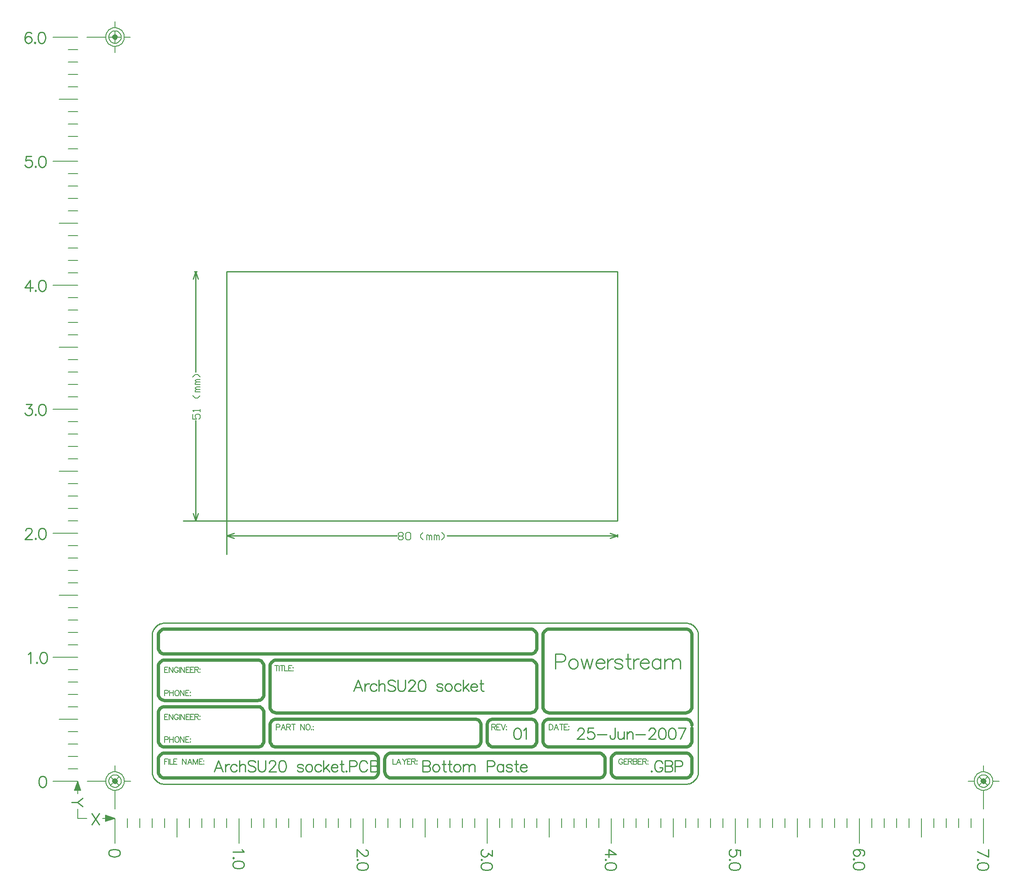
<source format=gbp>
%FSLAX23Y23*%
%MOIN*%
G70*
G01*
G75*
%ADD10C,0.040*%
%ADD11C,0.010*%
%ADD12C,0.030*%
%ADD13C,0.060*%
%ADD14C,0.009*%
%ADD15C,0.025*%
%ADD16C,0.008*%
%ADD17C,0.005*%
%ADD18C,0.006*%
%ADD19C,0.062*%
%ADD20C,0.215*%
%ADD21C,0.098*%
%ADD22C,0.110*%
%ADD23C,0.110*%
%ADD24C,0.008*%
%ADD25C,0.020*%
%ADD26C,0.016*%
%ADD27C,0.015*%
D11*
X11868Y6647D02*
X11868Y6657D01*
X11867Y6666D01*
X11864Y6676D01*
X11861Y6685D01*
X11857Y6694D01*
X11852Y6702D01*
X11846Y6710D01*
X11839Y6718D01*
X11832Y6724D01*
X11824Y6730D01*
X11816Y6735D01*
X11807Y6739D01*
X11798Y6742D01*
X11788Y6745D01*
X11778Y6746D01*
X11768Y6747D01*
Y5447D02*
X11778Y5447D01*
X11788Y5449D01*
X11798Y5451D01*
X11807Y5454D01*
X11816Y5459D01*
X11824Y5464D01*
X11832Y5470D01*
X11839Y5476D01*
X11846Y5483D01*
X11852Y5491D01*
X11857Y5500D01*
X11861Y5509D01*
X11864Y5518D01*
X11867Y5527D01*
X11868Y5537D01*
X11868Y5547D01*
X7468Y5548D02*
X7469Y5538D01*
X7470Y5528D01*
X7473Y5519D01*
X7476Y5510D01*
X7480Y5501D01*
X7485Y5492D01*
X7491Y5484D01*
X7497Y5477D01*
X7505Y5470D01*
X7512Y5464D01*
X7521Y5459D01*
X7530Y5455D01*
X7539Y5452D01*
X7548Y5449D01*
X7558Y5447D01*
X7568Y5447D01*
X7568Y6747D02*
X7559Y6746D01*
X7549Y6745D01*
X7539Y6742D01*
X7530Y6739D01*
X7521Y6735D01*
X7513Y6730D01*
X7505Y6724D01*
X7498Y6718D01*
X7491Y6710D01*
X7485Y6702D01*
X7480Y6694D01*
X7476Y6685D01*
X7473Y6676D01*
X7470Y6666D01*
X7469Y6657D01*
X7468Y6647D01*
Y5547D02*
Y6647D01*
X11868Y5547D02*
Y6647D01*
X7568Y6747D02*
X11768D01*
X7568Y5447D02*
X11768D01*
X8068Y7572D02*
Y9580D01*
X11218Y7572D02*
Y9580D01*
X8068D02*
X11218D01*
X8068Y7572D02*
X11218D01*
Y7442D02*
Y7462D01*
X8068Y7442D02*
Y7462D01*
X11158Y7432D02*
X11218Y7452D01*
X11158Y7472D02*
X11218Y7452D01*
X8068D02*
X8128Y7432D01*
X8068Y7452D02*
X8128Y7472D01*
X9844Y7452D02*
X11218D01*
X8068D02*
X9442D01*
X8068Y7302D02*
Y7572D01*
X7808Y9580D02*
X7828D01*
X7808Y7572D02*
X7828D01*
X7818Y9580D02*
X7838Y9520D01*
X7798D02*
X7818Y9580D01*
Y7572D02*
X7838Y7632D01*
X7798D02*
X7818Y7572D01*
Y8772D02*
Y9580D01*
Y7572D02*
Y8380D01*
X7718Y7572D02*
X8068D01*
D14*
X11493Y5555D02*
X11488Y5551D01*
X11493Y5547D01*
X11497Y5551D01*
X11493Y5555D01*
X11581Y5615D02*
X11577Y5624D01*
X11568Y5633D01*
X11560Y5637D01*
X11542D01*
X11534Y5633D01*
X11525Y5624D01*
X11521Y5615D01*
X11517Y5603D01*
Y5581D01*
X11521Y5568D01*
X11525Y5560D01*
X11534Y5551D01*
X11542Y5547D01*
X11560D01*
X11568Y5551D01*
X11577Y5560D01*
X11581Y5568D01*
Y5581D01*
X11560D02*
X11581D01*
X11602Y5637D02*
Y5547D01*
Y5637D02*
X11640D01*
X11653Y5633D01*
X11657Y5628D01*
X11662Y5620D01*
Y5611D01*
X11657Y5603D01*
X11653Y5598D01*
X11640Y5594D01*
X11602D02*
X11640D01*
X11653Y5590D01*
X11657Y5585D01*
X11662Y5577D01*
Y5564D01*
X11657Y5555D01*
X11653Y5551D01*
X11640Y5547D01*
X11602D01*
X11682Y5590D02*
X11720D01*
X11733Y5594D01*
X11737Y5598D01*
X11742Y5607D01*
Y5620D01*
X11737Y5628D01*
X11733Y5633D01*
X11720Y5637D01*
X11682D01*
Y5547D01*
X9162Y6197D02*
X9128Y6287D01*
X9093Y6197D01*
X9106Y6227D02*
X9149D01*
X9183Y6257D02*
Y6197D01*
Y6231D02*
X9187Y6244D01*
X9196Y6253D01*
X9204Y6257D01*
X9217D01*
X9277Y6244D02*
X9268Y6253D01*
X9260Y6257D01*
X9247D01*
X9238Y6253D01*
X9230Y6244D01*
X9225Y6231D01*
Y6223D01*
X9230Y6210D01*
X9238Y6201D01*
X9247Y6197D01*
X9260D01*
X9268Y6201D01*
X9277Y6210D01*
X9296Y6287D02*
Y6197D01*
Y6240D02*
X9309Y6253D01*
X9318Y6257D01*
X9330D01*
X9339Y6253D01*
X9343Y6240D01*
Y6197D01*
X9427Y6274D02*
X9418Y6282D01*
X9405Y6287D01*
X9388D01*
X9375Y6282D01*
X9367Y6274D01*
Y6265D01*
X9371Y6257D01*
X9375Y6253D01*
X9384Y6248D01*
X9410Y6240D01*
X9418Y6235D01*
X9423Y6231D01*
X9427Y6223D01*
Y6210D01*
X9418Y6201D01*
X9405Y6197D01*
X9388D01*
X9375Y6201D01*
X9367Y6210D01*
X9447Y6287D02*
Y6223D01*
X9451Y6210D01*
X9460Y6201D01*
X9473Y6197D01*
X9481D01*
X9494Y6201D01*
X9503Y6210D01*
X9507Y6223D01*
Y6287D01*
X9536Y6265D02*
Y6270D01*
X9540Y6278D01*
X9545Y6282D01*
X9553Y6287D01*
X9570D01*
X9579Y6282D01*
X9583Y6278D01*
X9588Y6270D01*
Y6261D01*
X9583Y6253D01*
X9575Y6240D01*
X9532Y6197D01*
X9592D01*
X9638Y6287D02*
X9625Y6282D01*
X9616Y6270D01*
X9612Y6248D01*
Y6235D01*
X9616Y6214D01*
X9625Y6201D01*
X9638Y6197D01*
X9646D01*
X9659Y6201D01*
X9668Y6214D01*
X9672Y6235D01*
Y6248D01*
X9668Y6270D01*
X9659Y6282D01*
X9646Y6287D01*
X9638D01*
X9810Y6244D02*
X9806Y6253D01*
X9793Y6257D01*
X9780D01*
X9767Y6253D01*
X9763Y6244D01*
X9767Y6235D01*
X9776Y6231D01*
X9797Y6227D01*
X9806Y6223D01*
X9810Y6214D01*
Y6210D01*
X9806Y6201D01*
X9793Y6197D01*
X9780D01*
X9767Y6201D01*
X9763Y6210D01*
X9850Y6257D02*
X9842Y6253D01*
X9833Y6244D01*
X9829Y6231D01*
Y6223D01*
X9833Y6210D01*
X9842Y6201D01*
X9850Y6197D01*
X9863D01*
X9872Y6201D01*
X9880Y6210D01*
X9884Y6223D01*
Y6231D01*
X9880Y6244D01*
X9872Y6253D01*
X9863Y6257D01*
X9850D01*
X9956Y6244D02*
X9947Y6253D01*
X9938Y6257D01*
X9926D01*
X9917Y6253D01*
X9908Y6244D01*
X9904Y6231D01*
Y6223D01*
X9908Y6210D01*
X9917Y6201D01*
X9926Y6197D01*
X9938D01*
X9947Y6201D01*
X9956Y6210D01*
X9975Y6287D02*
Y6197D01*
X10018Y6257D02*
X9975Y6214D01*
X9992Y6231D02*
X10022Y6197D01*
X10036Y6231D02*
X10088D01*
Y6240D01*
X10083Y6248D01*
X10079Y6253D01*
X10070Y6257D01*
X10058D01*
X10049Y6253D01*
X10040Y6244D01*
X10036Y6231D01*
Y6223D01*
X10040Y6210D01*
X10049Y6201D01*
X10058Y6197D01*
X10070D01*
X10079Y6201D01*
X10088Y6210D01*
X10120Y6287D02*
Y6214D01*
X10124Y6201D01*
X10133Y6197D01*
X10141D01*
X10107Y6257D02*
X10137D01*
X8037Y5547D02*
X8003Y5637D01*
X7968Y5547D01*
X7981Y5577D02*
X8024D01*
X8058Y5607D02*
Y5547D01*
Y5581D02*
X8062Y5594D01*
X8071Y5603D01*
X8079Y5607D01*
X8092D01*
X8152Y5594D02*
X8143Y5603D01*
X8135Y5607D01*
X8122D01*
X8113Y5603D01*
X8105Y5594D01*
X8100Y5581D01*
Y5573D01*
X8105Y5560D01*
X8113Y5551D01*
X8122Y5547D01*
X8135D01*
X8143Y5551D01*
X8152Y5560D01*
X8171Y5637D02*
Y5547D01*
Y5590D02*
X8184Y5603D01*
X8193Y5607D01*
X8205D01*
X8214Y5603D01*
X8218Y5590D01*
Y5547D01*
X8302Y5624D02*
X8293Y5633D01*
X8280Y5637D01*
X8263D01*
X8250Y5633D01*
X8242Y5624D01*
Y5615D01*
X8246Y5607D01*
X8250Y5603D01*
X8259Y5598D01*
X8285Y5590D01*
X8293Y5585D01*
X8298Y5581D01*
X8302Y5573D01*
Y5560D01*
X8293Y5551D01*
X8280Y5547D01*
X8263D01*
X8250Y5551D01*
X8242Y5560D01*
X8322Y5637D02*
Y5573D01*
X8326Y5560D01*
X8335Y5551D01*
X8348Y5547D01*
X8356D01*
X8369Y5551D01*
X8378Y5560D01*
X8382Y5573D01*
Y5637D01*
X8411Y5615D02*
Y5620D01*
X8415Y5628D01*
X8420Y5633D01*
X8428Y5637D01*
X8445D01*
X8454Y5633D01*
X8458Y5628D01*
X8463Y5620D01*
Y5611D01*
X8458Y5603D01*
X8450Y5590D01*
X8407Y5547D01*
X8467D01*
X8513Y5637D02*
X8500Y5633D01*
X8491Y5620D01*
X8487Y5598D01*
Y5585D01*
X8491Y5564D01*
X8500Y5551D01*
X8513Y5547D01*
X8521D01*
X8534Y5551D01*
X8543Y5564D01*
X8547Y5585D01*
Y5598D01*
X8543Y5620D01*
X8534Y5633D01*
X8521Y5637D01*
X8513D01*
X8685Y5594D02*
X8681Y5603D01*
X8668Y5607D01*
X8655D01*
X8642Y5603D01*
X8638Y5594D01*
X8642Y5585D01*
X8651Y5581D01*
X8672Y5577D01*
X8681Y5573D01*
X8685Y5564D01*
Y5560D01*
X8681Y5551D01*
X8668Y5547D01*
X8655D01*
X8642Y5551D01*
X8638Y5560D01*
X8725Y5607D02*
X8717Y5603D01*
X8708Y5594D01*
X8704Y5581D01*
Y5573D01*
X8708Y5560D01*
X8717Y5551D01*
X8725Y5547D01*
X8738D01*
X8747Y5551D01*
X8755Y5560D01*
X8759Y5573D01*
Y5581D01*
X8755Y5594D01*
X8747Y5603D01*
X8738Y5607D01*
X8725D01*
X8831Y5594D02*
X8822Y5603D01*
X8813Y5607D01*
X8801D01*
X8792Y5603D01*
X8783Y5594D01*
X8779Y5581D01*
Y5573D01*
X8783Y5560D01*
X8792Y5551D01*
X8801Y5547D01*
X8813D01*
X8822Y5551D01*
X8831Y5560D01*
X8850Y5637D02*
Y5547D01*
X8893Y5607D02*
X8850Y5564D01*
X8867Y5581D02*
X8897Y5547D01*
X8911Y5581D02*
X8963D01*
Y5590D01*
X8958Y5598D01*
X8954Y5603D01*
X8945Y5607D01*
X8933D01*
X8924Y5603D01*
X8915Y5594D01*
X8911Y5581D01*
Y5573D01*
X8915Y5560D01*
X8924Y5551D01*
X8933Y5547D01*
X8945D01*
X8954Y5551D01*
X8963Y5560D01*
X8995Y5637D02*
Y5564D01*
X8999Y5551D01*
X9008Y5547D01*
X9016D01*
X8982Y5607D02*
X9012D01*
X9033Y5555D02*
X9029Y5551D01*
X9033Y5547D01*
X9038Y5551D01*
X9033Y5555D01*
X9057Y5590D02*
X9096D01*
X9109Y5594D01*
X9113Y5598D01*
X9117Y5607D01*
Y5620D01*
X9113Y5628D01*
X9109Y5633D01*
X9096Y5637D01*
X9057D01*
Y5547D01*
X9202Y5615D02*
X9197Y5624D01*
X9189Y5633D01*
X9180Y5637D01*
X9163D01*
X9155Y5633D01*
X9146Y5624D01*
X9142Y5615D01*
X9137Y5603D01*
Y5581D01*
X9142Y5568D01*
X9146Y5560D01*
X9155Y5551D01*
X9163Y5547D01*
X9180D01*
X9189Y5551D01*
X9197Y5560D01*
X9202Y5568D01*
X9227Y5637D02*
Y5547D01*
Y5637D02*
X9266D01*
X9278Y5633D01*
X9283Y5628D01*
X9287Y5620D01*
Y5611D01*
X9283Y5603D01*
X9278Y5598D01*
X9266Y5594D01*
X9227D02*
X9266D01*
X9278Y5590D01*
X9283Y5585D01*
X9287Y5577D01*
Y5564D01*
X9283Y5555D01*
X9278Y5551D01*
X9266Y5547D01*
X9227D01*
X9648Y5637D02*
Y5547D01*
Y5637D02*
X9687D01*
X9700Y5633D01*
X9704Y5628D01*
X9708Y5620D01*
Y5611D01*
X9704Y5603D01*
X9700Y5598D01*
X9687Y5594D01*
X9648D02*
X9687D01*
X9700Y5590D01*
X9704Y5585D01*
X9708Y5577D01*
Y5564D01*
X9704Y5555D01*
X9700Y5551D01*
X9687Y5547D01*
X9648D01*
X9750Y5607D02*
X9741Y5603D01*
X9733Y5594D01*
X9729Y5581D01*
Y5573D01*
X9733Y5560D01*
X9741Y5551D01*
X9750Y5547D01*
X9763D01*
X9771Y5551D01*
X9780Y5560D01*
X9784Y5573D01*
Y5581D01*
X9780Y5594D01*
X9771Y5603D01*
X9763Y5607D01*
X9750D01*
X9817Y5637D02*
Y5564D01*
X9821Y5551D01*
X9830Y5547D01*
X9838D01*
X9804Y5607D02*
X9834D01*
X9864Y5637D02*
Y5564D01*
X9868Y5551D01*
X9877Y5547D01*
X9885D01*
X9851Y5607D02*
X9881D01*
X9920D02*
X9911Y5603D01*
X9903Y5594D01*
X9898Y5581D01*
Y5573D01*
X9903Y5560D01*
X9911Y5551D01*
X9920Y5547D01*
X9933D01*
X9941Y5551D01*
X9950Y5560D01*
X9954Y5573D01*
Y5581D01*
X9950Y5594D01*
X9941Y5603D01*
X9933Y5607D01*
X9920D01*
X9974D02*
Y5547D01*
Y5590D02*
X9987Y5603D01*
X9995Y5607D01*
X10008D01*
X10017Y5603D01*
X10021Y5590D01*
Y5547D01*
Y5590D02*
X10034Y5603D01*
X10042Y5607D01*
X10055D01*
X10064Y5603D01*
X10068Y5590D01*
Y5547D01*
X10167Y5590D02*
X10206D01*
X10218Y5594D01*
X10223Y5598D01*
X10227Y5607D01*
Y5620D01*
X10223Y5628D01*
X10218Y5633D01*
X10206Y5637D01*
X10167D01*
Y5547D01*
X10298Y5607D02*
Y5547D01*
Y5594D02*
X10290Y5603D01*
X10281Y5607D01*
X10269D01*
X10260Y5603D01*
X10251Y5594D01*
X10247Y5581D01*
Y5573D01*
X10251Y5560D01*
X10260Y5551D01*
X10269Y5547D01*
X10281D01*
X10290Y5551D01*
X10298Y5560D01*
X10370Y5594D02*
X10365Y5603D01*
X10352Y5607D01*
X10340D01*
X10327Y5603D01*
X10322Y5594D01*
X10327Y5585D01*
X10335Y5581D01*
X10357Y5577D01*
X10365Y5573D01*
X10370Y5564D01*
Y5560D01*
X10365Y5551D01*
X10352Y5547D01*
X10340D01*
X10327Y5551D01*
X10322Y5560D01*
X10401Y5637D02*
Y5564D01*
X10406Y5551D01*
X10414Y5547D01*
X10423D01*
X10388Y5607D02*
X10418D01*
X10436Y5581D02*
X10487D01*
Y5590D01*
X10483Y5598D01*
X10478Y5603D01*
X10470Y5607D01*
X10457D01*
X10448Y5603D01*
X10440Y5594D01*
X10436Y5581D01*
Y5573D01*
X10440Y5560D01*
X10448Y5551D01*
X10457Y5547D01*
X10470D01*
X10478Y5551D01*
X10487Y5560D01*
X10407Y5899D02*
X10394Y5895D01*
X10385Y5882D01*
X10381Y5861D01*
Y5848D01*
X10385Y5826D01*
X10394Y5814D01*
X10407Y5809D01*
X10415D01*
X10428Y5814D01*
X10437Y5826D01*
X10441Y5848D01*
Y5861D01*
X10437Y5882D01*
X10428Y5895D01*
X10415Y5899D01*
X10407D01*
X10461Y5882D02*
X10470Y5886D01*
X10483Y5899D01*
Y5809D01*
X10718Y6434D02*
X10770D01*
X10787Y6440D01*
X10793Y6445D01*
X10798Y6457D01*
Y6474D01*
X10793Y6485D01*
X10787Y6491D01*
X10770Y6497D01*
X10718D01*
Y6377D01*
X10854Y6457D02*
X10842Y6451D01*
X10831Y6440D01*
X10825Y6423D01*
Y6411D01*
X10831Y6394D01*
X10842Y6383D01*
X10854Y6377D01*
X10871D01*
X10882Y6383D01*
X10894Y6394D01*
X10900Y6411D01*
Y6423D01*
X10894Y6440D01*
X10882Y6451D01*
X10871Y6457D01*
X10854D01*
X10926D02*
X10949Y6377D01*
X10972Y6457D02*
X10949Y6377D01*
X10972Y6457D02*
X10994Y6377D01*
X11017Y6457D02*
X10994Y6377D01*
X11045Y6423D02*
X11114D01*
Y6434D01*
X11108Y6445D01*
X11102Y6451D01*
X11091Y6457D01*
X11074D01*
X11062Y6451D01*
X11051Y6440D01*
X11045Y6423D01*
Y6411D01*
X11051Y6394D01*
X11062Y6383D01*
X11074Y6377D01*
X11091D01*
X11102Y6383D01*
X11114Y6394D01*
X11140Y6457D02*
Y6377D01*
Y6423D02*
X11145Y6440D01*
X11157Y6451D01*
X11168Y6457D01*
X11185D01*
X11259Y6440D02*
X11253Y6451D01*
X11236Y6457D01*
X11219D01*
X11202Y6451D01*
X11196Y6440D01*
X11202Y6428D01*
X11213Y6423D01*
X11242Y6417D01*
X11253Y6411D01*
X11259Y6400D01*
Y6394D01*
X11253Y6383D01*
X11236Y6377D01*
X11219D01*
X11202Y6383D01*
X11196Y6394D01*
X11301Y6497D02*
Y6400D01*
X11307Y6383D01*
X11318Y6377D01*
X11330D01*
X11284Y6457D02*
X11324D01*
X11347D02*
Y6377D01*
Y6423D02*
X11353Y6440D01*
X11364Y6451D01*
X11375Y6457D01*
X11393D01*
X11403Y6423D02*
X11472D01*
Y6434D01*
X11466Y6445D01*
X11461Y6451D01*
X11449Y6457D01*
X11432D01*
X11421Y6451D01*
X11409Y6440D01*
X11403Y6423D01*
Y6411D01*
X11409Y6394D01*
X11421Y6383D01*
X11432Y6377D01*
X11449D01*
X11461Y6383D01*
X11472Y6394D01*
X11566Y6457D02*
Y6377D01*
Y6440D02*
X11555Y6451D01*
X11543Y6457D01*
X11526D01*
X11515Y6451D01*
X11503Y6440D01*
X11498Y6423D01*
Y6411D01*
X11503Y6394D01*
X11515Y6383D01*
X11526Y6377D01*
X11543D01*
X11555Y6383D01*
X11566Y6394D01*
X11598Y6457D02*
Y6377D01*
Y6434D02*
X11615Y6451D01*
X11627Y6457D01*
X11644D01*
X11655Y6451D01*
X11661Y6434D01*
Y6377D01*
Y6434D02*
X11678Y6451D01*
X11690Y6457D01*
X11707D01*
X11718Y6451D01*
X11724Y6434D01*
Y6377D01*
X10898Y5878D02*
Y5882D01*
X10902Y5891D01*
X10906Y5895D01*
X10915Y5899D01*
X10932D01*
X10941Y5895D01*
X10945Y5891D01*
X10949Y5882D01*
Y5874D01*
X10945Y5865D01*
X10936Y5852D01*
X10893Y5809D01*
X10953D01*
X11025Y5899D02*
X10982D01*
X10978Y5861D01*
X10982Y5865D01*
X10995Y5869D01*
X11008D01*
X11021Y5865D01*
X11029Y5856D01*
X11034Y5844D01*
Y5835D01*
X11029Y5822D01*
X11021Y5814D01*
X11008Y5809D01*
X10995D01*
X10982Y5814D01*
X10978Y5818D01*
X10974Y5826D01*
X11054Y5848D02*
X11131D01*
X11200Y5899D02*
Y5831D01*
X11196Y5818D01*
X11192Y5814D01*
X11183Y5809D01*
X11175D01*
X11166Y5814D01*
X11162Y5818D01*
X11157Y5831D01*
Y5839D01*
X11223Y5869D02*
Y5826D01*
X11228Y5814D01*
X11236Y5809D01*
X11249D01*
X11258Y5814D01*
X11271Y5826D01*
Y5869D02*
Y5809D01*
X11294Y5869D02*
Y5809D01*
Y5852D02*
X11307Y5865D01*
X11316Y5869D01*
X11328D01*
X11337Y5865D01*
X11341Y5852D01*
Y5809D01*
X11365Y5848D02*
X11442D01*
X11473Y5878D02*
Y5882D01*
X11477Y5891D01*
X11481Y5895D01*
X11490Y5899D01*
X11507D01*
X11516Y5895D01*
X11520Y5891D01*
X11524Y5882D01*
Y5874D01*
X11520Y5865D01*
X11511Y5852D01*
X11469Y5809D01*
X11529D01*
X11574Y5899D02*
X11561Y5895D01*
X11553Y5882D01*
X11549Y5861D01*
Y5848D01*
X11553Y5826D01*
X11561Y5814D01*
X11574Y5809D01*
X11583D01*
X11596Y5814D01*
X11604Y5826D01*
X11609Y5848D01*
Y5861D01*
X11604Y5882D01*
X11596Y5895D01*
X11583Y5899D01*
X11574D01*
X11654D02*
X11642Y5895D01*
X11633Y5882D01*
X11629Y5861D01*
Y5848D01*
X11633Y5826D01*
X11642Y5814D01*
X11654Y5809D01*
X11663D01*
X11676Y5814D01*
X11684Y5826D01*
X11689Y5848D01*
Y5861D01*
X11684Y5882D01*
X11676Y5895D01*
X11663Y5899D01*
X11654D01*
X11769D02*
X11726Y5809D01*
X11709Y5899D02*
X11769D01*
X6908Y5334D02*
X6866Y5300D01*
X6818D01*
X6908Y5266D02*
X6866Y5300D01*
X6981Y5212D02*
X7041Y5122D01*
Y5212D02*
X6981Y5122D01*
X13196Y4870D02*
X13204Y4875D01*
X13208Y4888D01*
Y4896D01*
X13204Y4909D01*
X13191Y4918D01*
X13170Y4922D01*
X13148D01*
X13131Y4918D01*
X13123Y4909D01*
X13118Y4896D01*
Y4892D01*
X13123Y4879D01*
X13131Y4870D01*
X13144Y4866D01*
X13148D01*
X13161Y4870D01*
X13170Y4879D01*
X13174Y4892D01*
Y4896D01*
X13170Y4909D01*
X13161Y4918D01*
X13148Y4922D01*
X13127Y4842D02*
X13123Y4846D01*
X13118Y4842D01*
X13123Y4838D01*
X13127Y4842D01*
X13208Y4792D02*
X13204Y4805D01*
X13191Y4814D01*
X13170Y4818D01*
X13157D01*
X13136Y4814D01*
X13123Y4805D01*
X13118Y4792D01*
Y4784D01*
X13123Y4771D01*
X13136Y4762D01*
X13157Y4758D01*
X13170D01*
X13191Y4762D01*
X13204Y4771D01*
X13208Y4784D01*
Y4792D01*
X11208Y4879D02*
X11148Y4922D01*
Y4858D01*
X11208Y4879D02*
X11118D01*
X11127Y4837D02*
X11123Y4842D01*
X11118Y4837D01*
X11123Y4833D01*
X11127Y4837D01*
X11208Y4788D02*
X11204Y4801D01*
X11191Y4809D01*
X11170Y4813D01*
X11157D01*
X11136Y4809D01*
X11123Y4801D01*
X11118Y4788D01*
Y4779D01*
X11123Y4766D01*
X11136Y4758D01*
X11157Y4753D01*
X11170D01*
X11191Y4758D01*
X11204Y4766D01*
X11208Y4779D01*
Y4788D01*
X9187Y4918D02*
X9191D01*
X9200Y4913D01*
X9204Y4909D01*
X9208Y4900D01*
Y4883D01*
X9204Y4875D01*
X9200Y4870D01*
X9191Y4866D01*
X9183D01*
X9174Y4870D01*
X9161Y4879D01*
X9118Y4922D01*
Y4862D01*
X9127Y4837D02*
X9123Y4842D01*
X9118Y4837D01*
X9123Y4833D01*
X9127Y4837D01*
X9208Y4788D02*
X9204Y4801D01*
X9191Y4809D01*
X9170Y4813D01*
X9157D01*
X9136Y4809D01*
X9123Y4801D01*
X9118Y4788D01*
Y4779D01*
X9123Y4766D01*
X9136Y4758D01*
X9157Y4753D01*
X9170D01*
X9191Y4758D01*
X9204Y4766D01*
X9208Y4779D01*
Y4788D01*
X7208Y4896D02*
X7204Y4909D01*
X7191Y4918D01*
X7170Y4922D01*
X7157D01*
X7136Y4918D01*
X7123Y4909D01*
X7118Y4896D01*
Y4888D01*
X7123Y4875D01*
X7136Y4866D01*
X7157Y4862D01*
X7170D01*
X7191Y4866D01*
X7204Y4875D01*
X7208Y4888D01*
Y4896D01*
X8191Y4922D02*
X8196Y4913D01*
X8208Y4900D01*
X8118D01*
X8127Y4852D02*
X8123Y4856D01*
X8118Y4852D01*
X8123Y4847D01*
X8127Y4852D01*
X8208Y4802D02*
X8204Y4815D01*
X8191Y4823D01*
X8170Y4828D01*
X8157D01*
X8136Y4823D01*
X8123Y4815D01*
X8118Y4802D01*
Y4793D01*
X8123Y4780D01*
X8136Y4772D01*
X8157Y4768D01*
X8170D01*
X8191Y4772D01*
X8204Y4780D01*
X8208Y4793D01*
Y4802D01*
X10208Y4913D02*
Y4866D01*
X10174Y4892D01*
Y4879D01*
X10170Y4870D01*
X10166Y4866D01*
X10153Y4862D01*
X10144D01*
X10131Y4866D01*
X10123Y4875D01*
X10118Y4888D01*
Y4900D01*
X10123Y4913D01*
X10127Y4918D01*
X10136Y4922D01*
X10127Y4837D02*
X10123Y4842D01*
X10118Y4837D01*
X10123Y4833D01*
X10127Y4837D01*
X10208Y4788D02*
X10204Y4801D01*
X10191Y4809D01*
X10170Y4813D01*
X10157D01*
X10136Y4809D01*
X10123Y4801D01*
X10118Y4788D01*
Y4779D01*
X10123Y4766D01*
X10136Y4758D01*
X10157Y4753D01*
X10170D01*
X10191Y4758D01*
X10204Y4766D01*
X10208Y4779D01*
Y4788D01*
X12208Y4870D02*
Y4913D01*
X12170Y4918D01*
X12174Y4913D01*
X12178Y4900D01*
Y4888D01*
X12174Y4875D01*
X12166Y4866D01*
X12153Y4862D01*
X12144D01*
X12131Y4866D01*
X12123Y4875D01*
X12118Y4888D01*
Y4900D01*
X12123Y4913D01*
X12127Y4918D01*
X12136Y4922D01*
X12127Y4837D02*
X12123Y4842D01*
X12118Y4837D01*
X12123Y4833D01*
X12127Y4837D01*
X12208Y4788D02*
X12204Y4801D01*
X12191Y4809D01*
X12170Y4813D01*
X12157D01*
X12136Y4809D01*
X12123Y4801D01*
X12118Y4788D01*
Y4779D01*
X12123Y4766D01*
X12136Y4758D01*
X12157Y4753D01*
X12170D01*
X12191Y4758D01*
X12204Y4766D01*
X12208Y4779D01*
Y4788D01*
X14208Y4862D02*
X14118Y4905D01*
X14208Y4922D02*
Y4862D01*
X14127Y4837D02*
X14123Y4842D01*
X14118Y4837D01*
X14123Y4833D01*
X14127Y4837D01*
X14208Y4788D02*
X14204Y4801D01*
X14191Y4809D01*
X14170Y4813D01*
X14157D01*
X14136Y4809D01*
X14123Y4801D01*
X14118Y4788D01*
Y4779D01*
X14123Y4766D01*
X14136Y4758D01*
X14157Y4753D01*
X14170D01*
X14191Y4758D01*
X14204Y4766D01*
X14208Y4779D01*
Y4788D01*
X6495Y10512D02*
X6452D01*
X6448Y10473D01*
X6452Y10478D01*
X6465Y10482D01*
X6478D01*
X6491Y10478D01*
X6499Y10469D01*
X6503Y10456D01*
Y10448D01*
X6499Y10435D01*
X6491Y10426D01*
X6478Y10422D01*
X6465D01*
X6452Y10426D01*
X6448Y10430D01*
X6443Y10439D01*
X6528Y10430D02*
X6524Y10426D01*
X6528Y10422D01*
X6532Y10426D01*
X6528Y10430D01*
X6578Y10512D02*
X6565Y10507D01*
X6556Y10495D01*
X6552Y10473D01*
Y10460D01*
X6556Y10439D01*
X6565Y10426D01*
X6578Y10422D01*
X6586D01*
X6599Y10426D01*
X6608Y10439D01*
X6612Y10460D01*
Y10473D01*
X6608Y10495D01*
X6599Y10507D01*
X6586Y10512D01*
X6578D01*
X6452Y8512D02*
X6499D01*
X6473Y8478D01*
X6486D01*
X6495Y8473D01*
X6499Y8469D01*
X6503Y8456D01*
Y8448D01*
X6499Y8435D01*
X6491Y8426D01*
X6478Y8422D01*
X6465D01*
X6452Y8426D01*
X6448Y8430D01*
X6443Y8439D01*
X6528Y8430D02*
X6524Y8426D01*
X6528Y8422D01*
X6532Y8426D01*
X6528Y8430D01*
X6578Y8512D02*
X6565Y8507D01*
X6556Y8495D01*
X6552Y8473D01*
Y8460D01*
X6556Y8439D01*
X6565Y8426D01*
X6578Y8422D01*
X6586D01*
X6599Y8426D01*
X6608Y8439D01*
X6612Y8460D01*
Y8473D01*
X6608Y8495D01*
X6599Y8507D01*
X6586Y8512D01*
X6578D01*
X6468Y6495D02*
X6477Y6499D01*
X6490Y6512D01*
Y6422D01*
X6539Y6430D02*
X6534Y6426D01*
X6539Y6422D01*
X6543Y6426D01*
X6539Y6430D01*
X6588Y6512D02*
X6576Y6508D01*
X6567Y6495D01*
X6563Y6473D01*
Y6460D01*
X6567Y6439D01*
X6576Y6426D01*
X6588Y6422D01*
X6597D01*
X6610Y6426D01*
X6618Y6439D01*
X6623Y6460D01*
Y6473D01*
X6618Y6495D01*
X6610Y6508D01*
X6597Y6512D01*
X6588D01*
X6582Y5512D02*
X6569Y5508D01*
X6560Y5495D01*
X6556Y5473D01*
Y5460D01*
X6560Y5439D01*
X6569Y5426D01*
X6582Y5422D01*
X6590D01*
X6603Y5426D01*
X6612Y5439D01*
X6616Y5460D01*
Y5473D01*
X6612Y5495D01*
X6603Y5508D01*
X6590Y5512D01*
X6582D01*
X6448Y7490D02*
Y7495D01*
X6452Y7503D01*
X6456Y7508D01*
X6465Y7512D01*
X6482D01*
X6491Y7508D01*
X6495Y7503D01*
X6499Y7495D01*
Y7486D01*
X6495Y7478D01*
X6486Y7465D01*
X6443Y7422D01*
X6503D01*
X6528Y7430D02*
X6524Y7426D01*
X6528Y7422D01*
X6532Y7426D01*
X6528Y7430D01*
X6578Y7512D02*
X6565Y7508D01*
X6556Y7495D01*
X6552Y7473D01*
Y7460D01*
X6556Y7439D01*
X6565Y7426D01*
X6578Y7422D01*
X6586D01*
X6599Y7426D01*
X6608Y7439D01*
X6612Y7460D01*
Y7473D01*
X6608Y7495D01*
X6599Y7508D01*
X6586Y7512D01*
X6578D01*
X6486Y9512D02*
X6443Y9452D01*
X6508D01*
X6486Y9512D02*
Y9422D01*
X6528Y9430D02*
X6524Y9426D01*
X6528Y9422D01*
X6532Y9426D01*
X6528Y9430D01*
X6578Y9512D02*
X6565Y9507D01*
X6556Y9495D01*
X6552Y9473D01*
Y9460D01*
X6556Y9439D01*
X6565Y9426D01*
X6578Y9422D01*
X6586D01*
X6599Y9426D01*
X6608Y9439D01*
X6612Y9460D01*
Y9473D01*
X6608Y9495D01*
X6599Y9507D01*
X6586Y9512D01*
X6578D01*
X6495Y11499D02*
X6491Y11507D01*
X6478Y11512D01*
X6469D01*
X6456Y11507D01*
X6448Y11495D01*
X6443Y11473D01*
Y11452D01*
X6448Y11435D01*
X6456Y11426D01*
X6469Y11422D01*
X6473D01*
X6486Y11426D01*
X6495Y11435D01*
X6499Y11448D01*
Y11452D01*
X6495Y11465D01*
X6486Y11473D01*
X6473Y11478D01*
X6469D01*
X6456Y11473D01*
X6448Y11465D01*
X6443Y11452D01*
X6523Y11430D02*
X6519Y11426D01*
X6523Y11422D01*
X6527Y11426D01*
X6523Y11430D01*
X6573Y11512D02*
X6560Y11507D01*
X6551Y11495D01*
X6547Y11473D01*
Y11460D01*
X6551Y11439D01*
X6560Y11426D01*
X6573Y11422D01*
X6581D01*
X6594Y11426D01*
X6603Y11439D01*
X6607Y11460D01*
Y11473D01*
X6603Y11495D01*
X6594Y11507D01*
X6581Y11512D01*
X6573D01*
D15*
X9293Y5647D02*
X9293Y5657D01*
X9290Y5666D01*
X9285Y5675D01*
X9279Y5682D01*
X9271Y5688D01*
X9263Y5693D01*
X9253Y5696D01*
X9243Y5697D01*
X9245Y5497D02*
X9254Y5498D01*
X9264Y5500D01*
X9272Y5505D01*
X9280Y5511D01*
X9286Y5519D01*
X9290Y5527D01*
X9293Y5537D01*
X9293Y5546D01*
X9393Y5697D02*
X9384Y5696D01*
X9374Y5693D01*
X9366Y5688D01*
X9358Y5682D01*
X9352Y5675D01*
X9347Y5666D01*
X9344Y5657D01*
X9343Y5647D01*
Y5547D02*
X9344Y5537D01*
X9347Y5528D01*
X9352Y5519D01*
X9358Y5512D01*
X9365Y5506D01*
X9374Y5501D01*
X9383Y5498D01*
X9393Y5497D01*
X11118Y5647D02*
X11118Y5657D01*
X11115Y5666D01*
X11110Y5675D01*
X11104Y5682D01*
X11096Y5688D01*
X11088Y5693D01*
X11078Y5696D01*
X11068Y5697D01*
X11070Y5497D02*
X11079Y5498D01*
X11089Y5500D01*
X11097Y5505D01*
X11105Y5511D01*
X11111Y5519D01*
X11115Y5527D01*
X11118Y5537D01*
X11118Y5546D01*
X11168Y5546D02*
X11169Y5536D01*
X11172Y5527D01*
X11177Y5518D01*
X11183Y5511D01*
X11191Y5505D01*
X11199Y5500D01*
X11209Y5498D01*
X11218Y5497D01*
X11218Y5697D02*
X11209Y5696D01*
X11199Y5693D01*
X11191Y5688D01*
X11183Y5682D01*
X11177Y5675D01*
X11172Y5666D01*
X11169Y5657D01*
X11168Y5647D01*
X8368Y6398D02*
X8368Y6407D01*
X8365Y6417D01*
X8360Y6425D01*
X8354Y6432D01*
X8347Y6439D01*
X8338Y6443D01*
X8329Y6446D01*
X8319Y6447D01*
X8320Y6122D02*
X8330Y6123D01*
X8339Y6125D01*
X8347Y6130D01*
X8354Y6136D01*
X8360Y6143D01*
X8365Y6151D01*
X8368Y6160D01*
X8368Y6170D01*
Y6023D02*
X8368Y6033D01*
X8365Y6042D01*
X8360Y6051D01*
X8354Y6058D01*
X8346Y6064D01*
X8337Y6069D01*
X8328Y6071D01*
X8318Y6072D01*
X8418Y6071D02*
X8419Y6061D01*
X8422Y6052D01*
X8427Y6044D01*
X8433Y6036D01*
X8440Y6030D01*
X8449Y6026D01*
X8458Y6023D01*
X8467Y6022D01*
X8418Y5796D02*
X8419Y5786D01*
X8422Y5777D01*
X8427Y5769D01*
X8433Y5761D01*
X8440Y5755D01*
X8449Y5751D01*
X8458Y5748D01*
X8467Y5747D01*
X8319D02*
X8329Y5748D01*
X8338Y5751D01*
X8347Y5755D01*
X8354Y5761D01*
X8360Y5769D01*
X8365Y5777D01*
X8368Y5786D01*
X8368Y5796D01*
X10118Y5923D02*
X10118Y5932D01*
X10115Y5942D01*
X10110Y5950D01*
X10104Y5957D01*
X10097Y5964D01*
X10088Y5968D01*
X10079Y5971D01*
X10069Y5972D01*
Y5747D02*
X10079Y5748D01*
X10088Y5751D01*
X10097Y5755D01*
X10104Y5761D01*
X10111Y5769D01*
X10115Y5778D01*
X10118Y5787D01*
X10118Y5797D01*
X10168Y5798D02*
X10169Y5788D01*
X10172Y5778D01*
X10177Y5770D01*
X10183Y5762D01*
X10191Y5756D01*
X10199Y5751D01*
X10209Y5748D01*
X10219Y5747D01*
X10216Y5972D02*
X10207Y5971D01*
X10198Y5968D01*
X10189Y5963D01*
X10182Y5957D01*
X10176Y5949D01*
X10171Y5940D01*
X10169Y5931D01*
X10169Y5921D01*
X8468Y5972D02*
X8459Y5971D01*
X8449Y5968D01*
X8441Y5963D01*
X8433Y5957D01*
X8427Y5950D01*
X8422Y5941D01*
X8419Y5932D01*
X8418Y5922D01*
X8468Y6447D02*
X8459Y6446D01*
X8449Y6443D01*
X8441Y6438D01*
X8433Y6432D01*
X8427Y6425D01*
X8422Y6416D01*
X8419Y6407D01*
X8418Y6397D01*
X7518Y5797D02*
X7519Y5787D01*
X7522Y5778D01*
X7527Y5769D01*
X7533Y5762D01*
X7540Y5756D01*
X7549Y5751D01*
X7558Y5748D01*
X7568Y5747D01*
X7568Y6072D02*
X7559Y6071D01*
X7549Y6068D01*
X7541Y6063D01*
X7533Y6057D01*
X7527Y6050D01*
X7522Y6041D01*
X7519Y6032D01*
X7518Y6022D01*
Y6172D02*
X7519Y6162D01*
X7522Y6153D01*
X7527Y6144D01*
X7533Y6136D01*
X7541Y6130D01*
X7549Y6126D01*
X7559Y6123D01*
X7568Y6122D01*
Y6447D02*
X7559Y6446D01*
X7549Y6443D01*
X7541Y6438D01*
X7533Y6432D01*
X7527Y6425D01*
X7522Y6416D01*
X7519Y6407D01*
X7518Y6397D01*
Y6547D02*
X7519Y6537D01*
X7522Y6528D01*
X7527Y6519D01*
X7533Y6511D01*
X7541Y6505D01*
X7549Y6501D01*
X7559Y6498D01*
X7568Y6497D01*
Y6697D02*
X7559Y6696D01*
X7549Y6693D01*
X7541Y6688D01*
X7533Y6682D01*
X7527Y6675D01*
X7522Y6666D01*
X7519Y6657D01*
X7518Y6647D01*
X10568D02*
X10568Y6657D01*
X10565Y6666D01*
X10560Y6675D01*
X10554Y6682D01*
X10546Y6688D01*
X10538Y6693D01*
X10528Y6696D01*
X10518Y6697D01*
X10668D02*
X10659Y6696D01*
X10649Y6693D01*
X10641Y6688D01*
X10633Y6682D01*
X10627Y6675D01*
X10622Y6666D01*
X10619Y6657D01*
X10618Y6647D01*
X10518Y6497D02*
X10528Y6498D01*
X10538Y6501D01*
X10546Y6505D01*
X10554Y6511D01*
X10560Y6519D01*
X10565Y6528D01*
X10568Y6537D01*
X10568Y6547D01*
Y6397D02*
X10568Y6407D01*
X10565Y6416D01*
X10560Y6425D01*
X10554Y6432D01*
X10546Y6438D01*
X10538Y6443D01*
X10528Y6446D01*
X10518Y6447D01*
X7568Y5697D02*
X7559Y5696D01*
X7549Y5693D01*
X7541Y5688D01*
X7533Y5682D01*
X7527Y5675D01*
X7522Y5666D01*
X7519Y5657D01*
X7518Y5647D01*
X10519Y6022D02*
X10529Y6023D01*
X10538Y6026D01*
X10547Y6031D01*
X10554Y6037D01*
X10560Y6044D01*
X10565Y6053D01*
X10568Y6062D01*
X10569Y6072D01*
X7518Y5547D02*
X7519Y5537D01*
X7522Y5528D01*
X7527Y5519D01*
X7533Y5512D01*
X7540Y5506D01*
X7549Y5501D01*
X7558Y5498D01*
X7568Y5497D01*
X10568Y5923D02*
X10568Y5932D01*
X10565Y5942D01*
X10560Y5950D01*
X10554Y5957D01*
X10547Y5964D01*
X10538Y5968D01*
X10529Y5971D01*
X10519Y5972D01*
X10618Y5796D02*
X10619Y5786D01*
X10622Y5777D01*
X10627Y5768D01*
X10633Y5761D01*
X10641Y5755D01*
X10649Y5750D01*
X10659Y5748D01*
X10668Y5747D01*
X10518Y5747D02*
X10528Y5748D01*
X10538Y5751D01*
X10546Y5755D01*
X10554Y5761D01*
X10560Y5769D01*
X10565Y5778D01*
X10568Y5787D01*
X10568Y5797D01*
X11768Y5497D02*
X11778Y5498D01*
X11788Y5501D01*
X11796Y5505D01*
X11804Y5511D01*
X11810Y5519D01*
X11815Y5528D01*
X11818Y5537D01*
X11818Y5547D01*
X11818Y5648D02*
X11817Y5657D01*
X11814Y5667D01*
X11810Y5675D01*
X11804Y5682D01*
X11796Y5689D01*
X11787Y5693D01*
X11778Y5696D01*
X11768Y5697D01*
Y5747D02*
X11778Y5748D01*
X11788Y5751D01*
X11796Y5755D01*
X11804Y5761D01*
X11810Y5769D01*
X11815Y5778D01*
X11818Y5787D01*
X11818Y5797D01*
Y6648D02*
X11818Y6658D01*
X11815Y6667D01*
X11810Y6676D01*
X11804Y6683D01*
X11796Y6689D01*
X11787Y6694D01*
X11778Y6696D01*
X11768Y6697D01*
X10618Y6072D02*
X10619Y6062D01*
X10622Y6053D01*
X10627Y6044D01*
X10633Y6036D01*
X10641Y6030D01*
X10649Y6026D01*
X10659Y6023D01*
X10668Y6022D01*
X11768D02*
X11778Y6023D01*
X11788Y6026D01*
X11796Y6030D01*
X11804Y6036D01*
X11810Y6044D01*
X11815Y6053D01*
X11818Y6062D01*
X11818Y6072D01*
X10668Y5972D02*
X10659Y5971D01*
X10649Y5968D01*
X10641Y5963D01*
X10633Y5957D01*
X10627Y5950D01*
X10622Y5941D01*
X10619Y5932D01*
X10618Y5922D01*
X11818Y5923D02*
X11818Y5932D01*
X11815Y5942D01*
X11810Y5950D01*
X11804Y5957D01*
X11797Y5964D01*
X11788Y5968D01*
X11779Y5971D01*
X11769Y5972D01*
X10618Y5797D02*
Y5922D01*
X11818Y6072D02*
Y6647D01*
X10618Y6072D02*
Y6647D01*
X7518Y5547D02*
Y5647D01*
X11818Y5797D02*
Y5897D01*
Y5547D02*
Y5647D01*
X10568Y5797D02*
Y5922D01*
X10168Y5797D02*
Y5922D01*
X8418Y5797D02*
Y5922D01*
X10118Y5797D02*
Y5922D01*
X8418Y6072D02*
Y6397D01*
X10568Y6072D02*
Y6397D01*
Y6547D02*
Y6647D01*
X7518Y6547D02*
Y6647D01*
X8368Y6172D02*
Y6397D01*
X7518Y6172D02*
Y6397D01*
X8368Y5797D02*
Y6022D01*
X7518Y5797D02*
Y6022D01*
X11168Y5547D02*
Y5647D01*
X11118Y5547D02*
Y5647D01*
X9343Y5547D02*
Y5647D01*
X9293Y5547D02*
Y5647D01*
X10668Y5972D02*
X11768D01*
X10668Y6022D02*
X11768D01*
X8468D02*
X10518D01*
X10668Y6697D02*
X11768D01*
X10668Y5747D02*
X11768D01*
X10218Y5972D02*
X10518D01*
X10218Y5747D02*
X10518D01*
X8468D02*
X10068D01*
X8468Y5972D02*
X10068D01*
X8468Y6447D02*
X10518D01*
X7568Y6497D02*
X10518D01*
X7568Y6447D02*
X8318D01*
X7568Y6122D02*
X8318D01*
X7568Y6072D02*
X8318D01*
X7568Y5747D02*
X8318D01*
X7568Y6697D02*
X10518D01*
X11218Y5697D02*
X11768D01*
X11218Y5497D02*
X11768D01*
X9393Y5697D02*
X11068D01*
X7568D02*
X9243D01*
X7568Y5497D02*
X9243D01*
X9393D02*
X11068D01*
D16*
X7184Y5472D02*
X7180Y5481D01*
X7171Y5487D01*
X7161Y5485D01*
X7154Y5477D01*
Y5467D01*
X7161Y5459D01*
X7171Y5457D01*
X7180Y5462D01*
X7184Y5472D01*
X7179D02*
X7174Y5480D01*
X7164D01*
X7159Y5472D01*
X7164Y5463D01*
X7174D01*
X7179Y5472D01*
X7189D02*
X7186Y5481D01*
X7180Y5488D01*
X7171Y5492D01*
X7161Y5490D01*
X7154Y5485D01*
X7149Y5477D01*
Y5467D01*
X7154Y5459D01*
X7161Y5453D01*
X7171Y5452D01*
X7180Y5455D01*
X7186Y5462D01*
X7189Y5472D01*
X7174D02*
X7166Y5476D01*
Y5467D01*
X7174Y5472D01*
X7171D02*
X7166D01*
X7171D01*
X7244D02*
X7243Y5482D01*
X7241Y5492D01*
X7238Y5501D01*
X7233Y5510D01*
X7227Y5518D01*
X7221Y5526D01*
X7213Y5532D01*
X7205Y5538D01*
X7195Y5542D01*
X7186Y5545D01*
X7176Y5546D01*
X7166Y5547D01*
X7156Y5546D01*
X7146Y5543D01*
X7137Y5540D01*
X7128Y5535D01*
X7120Y5529D01*
X7113Y5522D01*
X7107Y5514D01*
X7102Y5506D01*
X7098Y5496D01*
X7095Y5487D01*
X7094Y5477D01*
Y5467D01*
X7095Y5457D01*
X7098Y5447D01*
X7102Y5438D01*
X7107Y5429D01*
X7113Y5421D01*
X7120Y5415D01*
X7128Y5409D01*
X7137Y5404D01*
X7146Y5400D01*
X7156Y5398D01*
X7166Y5397D01*
X7176Y5397D01*
X7186Y5399D01*
X7195Y5402D01*
X7205Y5406D01*
X7213Y5411D01*
X7221Y5418D01*
X7227Y5425D01*
X7233Y5434D01*
X7238Y5443D01*
X7241Y5452D01*
X7243Y5462D01*
X7244Y5472D01*
X7219D02*
X7217Y5482D01*
X7214Y5492D01*
X7210Y5500D01*
X7203Y5508D01*
X7195Y5514D01*
X7186Y5519D01*
X7176Y5521D01*
X7166Y5522D01*
X7156Y5520D01*
X7146Y5517D01*
X7138Y5511D01*
X7131Y5504D01*
X7125Y5496D01*
X7121Y5487D01*
X7119Y5477D01*
Y5467D01*
X7121Y5457D01*
X7125Y5448D01*
X7131Y5439D01*
X7138Y5432D01*
X7146Y5427D01*
X7156Y5423D01*
X7166Y5422D01*
X7176Y5422D01*
X7186Y5425D01*
X7195Y5429D01*
X7203Y5436D01*
X7210Y5443D01*
X7214Y5452D01*
X7217Y5462D01*
X7219Y5472D01*
X7218Y11472D02*
X7217Y11482D01*
X7214Y11492D01*
X7210Y11500D01*
X7203Y11508D01*
X7195Y11514D01*
X7186Y11519D01*
X7176Y11521D01*
X7166Y11522D01*
X7156Y11520D01*
X7146Y11517D01*
X7138Y11511D01*
X7131Y11504D01*
X7125Y11496D01*
X7121Y11487D01*
X7119Y11477D01*
Y11467D01*
X7121Y11457D01*
X7125Y11448D01*
X7131Y11439D01*
X7138Y11432D01*
X7146Y11427D01*
X7156Y11423D01*
X7166Y11422D01*
X7176Y11422D01*
X7186Y11425D01*
X7195Y11429D01*
X7203Y11436D01*
X7210Y11443D01*
X7214Y11452D01*
X7217Y11462D01*
X7218Y11472D01*
X7188D02*
X7186Y11481D01*
X7180Y11488D01*
X7171Y11492D01*
X7161Y11491D01*
X7154Y11485D01*
X7149Y11477D01*
Y11467D01*
X7154Y11459D01*
X7161Y11453D01*
X7171Y11452D01*
X7180Y11455D01*
X7186Y11463D01*
X7188Y11472D01*
X7183D02*
X7180Y11481D01*
X7171Y11487D01*
X7161Y11485D01*
X7154Y11477D01*
Y11467D01*
X7161Y11459D01*
X7171Y11457D01*
X7180Y11462D01*
X7183Y11472D01*
X7178D02*
X7173Y11480D01*
X7163D01*
X7158Y11472D01*
X7163Y11463D01*
X7173D01*
X7178Y11472D01*
X7173D02*
X7166Y11476D01*
Y11467D01*
X7173Y11472D01*
X7171D02*
X7166D01*
X7171D01*
X7243D02*
X7243Y11482D01*
X7241Y11492D01*
X7238Y11501D01*
X7233Y11510D01*
X7227Y11518D01*
X7221Y11526D01*
X7213Y11532D01*
X7205Y11538D01*
X7195Y11542D01*
X7186Y11545D01*
X7176Y11546D01*
X7166Y11547D01*
X7156Y11546D01*
X7146Y11543D01*
X7137Y11540D01*
X7128Y11535D01*
X7120Y11529D01*
X7113Y11522D01*
X7107Y11514D01*
X7102Y11506D01*
X7098Y11496D01*
X7095Y11487D01*
X7094Y11477D01*
Y11467D01*
X7095Y11457D01*
X7098Y11447D01*
X7102Y11438D01*
X7107Y11429D01*
X7113Y11421D01*
X7120Y11415D01*
X7128Y11409D01*
X7137Y11404D01*
X7146Y11400D01*
X7156Y11398D01*
X7166Y11397D01*
X7176Y11397D01*
X7186Y11399D01*
X7195Y11402D01*
X7205Y11406D01*
X7213Y11411D01*
X7221Y11418D01*
X7227Y11425D01*
X7233Y11434D01*
X7238Y11443D01*
X7241Y11452D01*
X7243Y11462D01*
X7243Y11472D01*
X14179Y5472D02*
X14174Y5480D01*
X14164D01*
X14159Y5472D01*
X14164Y5463D01*
X14174D01*
X14179Y5472D01*
X14184D02*
X14180Y5481D01*
X14171Y5487D01*
X14161Y5485D01*
X14154Y5477D01*
Y5467D01*
X14161Y5459D01*
X14171Y5457D01*
X14180Y5462D01*
X14184Y5472D01*
X14189D02*
X14186Y5481D01*
X14180Y5488D01*
X14171Y5492D01*
X14161Y5490D01*
X14154Y5485D01*
X14149Y5477D01*
Y5467D01*
X14154Y5459D01*
X14161Y5453D01*
X14171Y5452D01*
X14180Y5455D01*
X14186Y5462D01*
X14189Y5472D01*
X14174D02*
X14166Y5476D01*
Y5467D01*
X14174Y5472D01*
X14171D02*
X14166D01*
X14171D01*
X14244D02*
X14243Y5482D01*
X14241Y5492D01*
X14238Y5501D01*
X14233Y5510D01*
X14227Y5518D01*
X14221Y5526D01*
X14213Y5532D01*
X14205Y5538D01*
X14195Y5542D01*
X14186Y5545D01*
X14176Y5546D01*
X14166Y5547D01*
X14156Y5546D01*
X14146Y5543D01*
X14137Y5540D01*
X14128Y5535D01*
X14120Y5529D01*
X14113Y5522D01*
X14107Y5514D01*
X14102Y5506D01*
X14098Y5496D01*
X14095Y5487D01*
X14094Y5477D01*
Y5467D01*
X14095Y5457D01*
X14098Y5447D01*
X14102Y5438D01*
X14107Y5429D01*
X14113Y5421D01*
X14120Y5415D01*
X14128Y5409D01*
X14137Y5404D01*
X14146Y5400D01*
X14156Y5398D01*
X14166Y5397D01*
X14176Y5397D01*
X14186Y5399D01*
X14195Y5402D01*
X14205Y5406D01*
X14213Y5411D01*
X14221Y5418D01*
X14227Y5425D01*
X14233Y5434D01*
X14238Y5443D01*
X14241Y5452D01*
X14243Y5462D01*
X14244Y5472D01*
X14219D02*
X14217Y5482D01*
X14214Y5492D01*
X14210Y5500D01*
X14203Y5508D01*
X14195Y5514D01*
X14186Y5519D01*
X14176Y5521D01*
X14166Y5522D01*
X14156Y5520D01*
X14146Y5517D01*
X14138Y5511D01*
X14131Y5504D01*
X14125Y5496D01*
X14121Y5487D01*
X14119Y5477D01*
Y5467D01*
X14121Y5457D01*
X14125Y5448D01*
X14131Y5439D01*
X14138Y5432D01*
X14146Y5427D01*
X14156Y5423D01*
X14166Y5422D01*
X14176Y5422D01*
X14186Y5425D01*
X14195Y5429D01*
X14203Y5436D01*
X14210Y5443D01*
X14214Y5452D01*
X14217Y5462D01*
X14219Y5472D01*
X7108Y5167D02*
X7121Y5172D01*
X7108Y5176D02*
X7121Y5172D01*
X7098Y5152D02*
X7156Y5172D01*
X7098Y5191D02*
X7156Y5172D01*
X7105Y5162D02*
X7133Y5172D01*
X7105Y5181D02*
X7133Y5172D01*
X6868Y5425D02*
X6873Y5412D01*
X6864D02*
X6868Y5425D01*
Y5459D02*
X6888Y5401D01*
X6849D02*
X6868Y5459D01*
Y5436D02*
X6878Y5408D01*
X6859D02*
X6868Y5436D01*
Y5448D02*
X6883Y5405D01*
X6854D02*
X6868Y5448D01*
X6843Y5397D02*
X6868Y5472D01*
X6893Y5397D01*
X7101Y5157D02*
X7144Y5172D01*
X7101Y5186D02*
X7144Y5172D01*
X7093Y5197D02*
X7168Y5172D01*
X7093Y5147D02*
X7168Y5172D01*
X14133Y5507D02*
X14168Y5472D01*
X14203Y5437D01*
X7133Y5507D02*
X7168Y5472D01*
X7203Y5437D01*
X14168Y5472D02*
X14203Y5507D01*
X14133Y5437D02*
X14168Y5472D01*
X7133Y5437D02*
X7168Y5472D01*
X7203Y5507D01*
X14169Y5247D02*
Y5397D01*
Y5547D02*
Y5597D01*
X7168Y11347D02*
Y11397D01*
Y11547D02*
Y11597D01*
Y11472D02*
Y11522D01*
Y11422D02*
Y11472D01*
X14168Y4972D02*
Y5172D01*
X14068Y5097D02*
Y5172D01*
X13968Y5097D02*
Y5172D01*
X13868Y5097D02*
Y5172D01*
X13768Y5097D02*
Y5172D01*
X13668Y5022D02*
Y5172D01*
X13568Y5097D02*
Y5172D01*
X13468Y5097D02*
Y5172D01*
X13368Y5097D02*
Y5172D01*
X13268Y5097D02*
Y5172D01*
X13168Y4972D02*
Y5172D01*
X13068Y5097D02*
Y5172D01*
X12968Y5097D02*
Y5172D01*
X12868Y5097D02*
Y5172D01*
X12768Y5097D02*
Y5172D01*
X12668Y5022D02*
Y5172D01*
X12568Y5097D02*
Y5172D01*
X12468Y5097D02*
Y5172D01*
X12368Y5097D02*
Y5172D01*
X12268Y5097D02*
Y5172D01*
X12168Y4972D02*
Y5172D01*
X12068Y5097D02*
Y5172D01*
X11968Y5097D02*
Y5172D01*
X11868Y5097D02*
Y5172D01*
X11768Y5097D02*
Y5172D01*
X11668Y5022D02*
Y5172D01*
X11568Y5097D02*
Y5172D01*
X11468Y5097D02*
Y5172D01*
X11368Y5097D02*
Y5172D01*
X11268Y5097D02*
Y5172D01*
X11168Y4972D02*
Y5172D01*
X11068Y5097D02*
Y5172D01*
X10968Y5097D02*
Y5172D01*
X10868Y5097D02*
Y5172D01*
X10768Y5097D02*
Y5172D01*
X10668Y5022D02*
Y5172D01*
X10568Y5097D02*
Y5172D01*
X10468Y5097D02*
Y5172D01*
X10368Y5097D02*
Y5172D01*
X10268Y5097D02*
Y5172D01*
X10168Y4972D02*
Y5172D01*
X10068Y5097D02*
Y5172D01*
X9968Y5097D02*
Y5172D01*
X9868Y5097D02*
Y5172D01*
X9768Y5097D02*
Y5172D01*
X9668Y5022D02*
Y5172D01*
X9568Y5097D02*
Y5172D01*
X9468Y5097D02*
Y5172D01*
X9368Y5097D02*
Y5172D01*
X9268Y5097D02*
Y5172D01*
X9168Y4972D02*
Y5172D01*
X9068Y5097D02*
Y5172D01*
X8968Y5097D02*
Y5172D01*
X8868Y5097D02*
Y5172D01*
X8768Y5097D02*
Y5172D01*
X8668Y5022D02*
Y5172D01*
X8568Y5097D02*
Y5172D01*
X8468Y5097D02*
Y5172D01*
X8368Y5097D02*
Y5172D01*
X8268Y5097D02*
Y5172D01*
X8168Y4972D02*
Y5172D01*
X8068Y5097D02*
Y5172D01*
X7968Y5097D02*
Y5172D01*
X7868Y5097D02*
Y5172D01*
X7768Y5097D02*
Y5172D01*
X7668Y5022D02*
Y5172D01*
X7568Y5097D02*
Y5172D01*
X7468Y5097D02*
Y5172D01*
X7368Y5097D02*
Y5172D01*
X7268Y5097D02*
Y5172D01*
X7168Y4972D02*
Y5172D01*
X7108Y5167D02*
Y5176D01*
X7098Y5152D02*
Y5191D01*
X7105Y5162D02*
Y5181D01*
X6868Y5372D02*
Y5397D01*
X7101Y5157D02*
Y5186D01*
X7093Y5147D02*
Y5197D01*
X6868Y5172D02*
Y5247D01*
X7169Y5547D02*
Y5597D01*
Y5247D02*
Y5397D01*
X14244Y5472D02*
X14294D01*
X14044D02*
X14094D01*
X7243Y11472D02*
X7293D01*
X6943D02*
X7093D01*
X7118D02*
X7168D01*
X7218D01*
X6668D02*
X6868D01*
X6793Y11372D02*
X6868D01*
X6793Y11272D02*
X6868D01*
X6793Y11172D02*
X6868D01*
X6793Y11072D02*
X6868D01*
X6718Y10972D02*
X6868D01*
X6793Y10872D02*
X6868D01*
X6793Y10772D02*
X6868D01*
X6793Y10672D02*
X6868D01*
X6793Y10572D02*
X6868D01*
X6668Y10472D02*
X6868D01*
X6793Y10372D02*
X6868D01*
X6793Y10272D02*
X6868D01*
X6793Y10172D02*
X6868D01*
X6793Y10072D02*
X6868D01*
X6718Y9972D02*
X6868D01*
X6793Y9872D02*
X6868D01*
X6793Y9772D02*
X6868D01*
X6793Y9672D02*
X6868D01*
X6793Y9572D02*
X6868D01*
X6668Y9472D02*
X6868D01*
X6793Y9372D02*
X6868D01*
X6793Y9272D02*
X6868D01*
X6793Y9172D02*
X6868D01*
X6793Y9072D02*
X6868D01*
X6718Y8972D02*
X6868D01*
X6793Y8872D02*
X6868D01*
X6793Y8772D02*
X6868D01*
X6793Y8672D02*
X6868D01*
X6793Y8572D02*
X6868D01*
X6668Y8472D02*
X6868D01*
X6793Y8372D02*
X6868D01*
X6793Y8272D02*
X6868D01*
X6793Y8172D02*
X6868D01*
X6793Y8072D02*
X6868D01*
X6718Y7972D02*
X6868D01*
X6793Y7872D02*
X6868D01*
X6793Y7772D02*
X6868D01*
X6793Y7672D02*
X6868D01*
X6793Y7572D02*
X6868D01*
X6668Y7472D02*
X6868D01*
X6793Y7372D02*
X6868D01*
X6793Y7272D02*
X6868D01*
X6793Y7172D02*
X6868D01*
X6793Y7072D02*
X6868D01*
X6718Y6972D02*
X6868D01*
X6793Y6872D02*
X6868D01*
X6793Y6772D02*
X6868D01*
X6793Y6672D02*
X6868D01*
X6793Y6572D02*
X6868D01*
X6668Y6472D02*
X6868D01*
X6793Y6372D02*
X6868D01*
X6793Y6272D02*
X6868D01*
X6793Y6172D02*
X6868D01*
X6793Y6072D02*
X6868D01*
X6718Y5972D02*
X6868D01*
X6793Y5872D02*
X6868D01*
X6793Y5772D02*
X6868D01*
X6793Y5672D02*
X6868D01*
X6793Y5572D02*
X6868D01*
X6668Y5472D02*
X6868D01*
X7068Y5172D02*
X7093D01*
X6864Y5412D02*
X6873D01*
X6849Y5401D02*
X6888D01*
X6859Y5408D02*
X6878D01*
X6854Y5405D02*
X6883D01*
X6843Y5397D02*
X6893D01*
X6868Y5172D02*
X6943D01*
X6944Y5472D02*
X7094D01*
X7244D02*
X7294D01*
D17*
X11261Y5641D02*
X11258Y5645D01*
X11254Y5650D01*
X11250Y5652D01*
X11241D01*
X11237Y5650D01*
X11233Y5645D01*
X11231Y5641D01*
X11228Y5635D01*
Y5624D01*
X11231Y5618D01*
X11233Y5613D01*
X11237Y5609D01*
X11241Y5607D01*
X11250D01*
X11254Y5609D01*
X11258Y5613D01*
X11261Y5618D01*
Y5624D01*
X11250D02*
X11261D01*
X11299Y5652D02*
X11271D01*
Y5607D01*
X11299D01*
X11271Y5630D02*
X11288D01*
X11306Y5652D02*
Y5607D01*
Y5652D02*
X11326D01*
X11332Y5650D01*
X11334Y5648D01*
X11336Y5643D01*
Y5639D01*
X11334Y5635D01*
X11332Y5633D01*
X11326Y5630D01*
X11306D01*
X11321D02*
X11336Y5607D01*
X11346Y5652D02*
Y5607D01*
Y5652D02*
X11366D01*
X11372Y5650D01*
X11374Y5648D01*
X11376Y5643D01*
Y5639D01*
X11374Y5635D01*
X11372Y5633D01*
X11366Y5630D01*
X11346D02*
X11366D01*
X11372Y5628D01*
X11374Y5626D01*
X11376Y5622D01*
Y5615D01*
X11374Y5611D01*
X11372Y5609D01*
X11366Y5607D01*
X11346D01*
X11414Y5652D02*
X11386D01*
Y5607D01*
X11414D01*
X11386Y5630D02*
X11404D01*
X11422Y5652D02*
Y5607D01*
Y5652D02*
X11441D01*
X11447Y5650D01*
X11450Y5648D01*
X11452Y5643D01*
Y5639D01*
X11450Y5635D01*
X11447Y5633D01*
X11441Y5630D01*
X11422D01*
X11437D02*
X11452Y5607D01*
X11464Y5637D02*
X11462Y5635D01*
X11464Y5633D01*
X11466Y5635D01*
X11464Y5637D01*
Y5611D02*
X11462Y5609D01*
X11464Y5607D01*
X11466Y5609D01*
X11464Y5611D01*
X7568Y5652D02*
Y5607D01*
Y5652D02*
X7596D01*
X7568Y5630D02*
X7586D01*
X7601Y5652D02*
Y5607D01*
X7611Y5652D02*
Y5607D01*
X7637D01*
X7669Y5652D02*
X7642D01*
Y5607D01*
X7669D01*
X7642Y5630D02*
X7659D01*
X7712Y5652D02*
Y5607D01*
Y5652D02*
X7742Y5607D01*
Y5652D02*
Y5607D01*
X7789D02*
X7772Y5652D01*
X7755Y5607D01*
X7761Y5622D02*
X7783D01*
X7799Y5652D02*
Y5607D01*
Y5652D02*
X7817Y5607D01*
X7834Y5652D02*
X7817Y5607D01*
X7834Y5652D02*
Y5607D01*
X7874Y5652D02*
X7847D01*
Y5607D01*
X7874D01*
X7847Y5630D02*
X7864D01*
X7884Y5637D02*
X7882Y5635D01*
X7884Y5633D01*
X7886Y5635D01*
X7884Y5637D01*
Y5611D02*
X7882Y5609D01*
X7884Y5607D01*
X7886Y5609D01*
X7884Y5611D01*
X7596Y6012D02*
X7568D01*
Y5967D01*
X7596D01*
X7568Y5990D02*
X7586D01*
X7604Y6012D02*
Y5967D01*
Y6012D02*
X7634Y5967D01*
Y6012D02*
Y5967D01*
X7678Y6001D02*
X7676Y6005D01*
X7672Y6010D01*
X7668Y6012D01*
X7659D01*
X7655Y6010D01*
X7651Y6005D01*
X7648Y6001D01*
X7646Y5995D01*
Y5984D01*
X7648Y5978D01*
X7651Y5973D01*
X7655Y5969D01*
X7659Y5967D01*
X7668D01*
X7672Y5969D01*
X7676Y5973D01*
X7678Y5978D01*
Y5984D01*
X7668D02*
X7678D01*
X7689Y6012D02*
Y5967D01*
X7698Y6012D02*
Y5967D01*
Y6012D02*
X7728Y5967D01*
Y6012D02*
Y5967D01*
X7768Y6012D02*
X7741D01*
Y5967D01*
X7768D01*
X7741Y5990D02*
X7758D01*
X7804Y6012D02*
X7776D01*
Y5967D01*
X7804D01*
X7776Y5990D02*
X7793D01*
X7811Y6012D02*
Y5967D01*
Y6012D02*
X7831D01*
X7837Y6010D01*
X7839Y6008D01*
X7841Y6003D01*
Y5999D01*
X7839Y5995D01*
X7837Y5993D01*
X7831Y5990D01*
X7811D01*
X7826D02*
X7841Y5967D01*
X7853Y5997D02*
X7851Y5995D01*
X7853Y5993D01*
X7856Y5995D01*
X7853Y5997D01*
Y5971D02*
X7851Y5969D01*
X7853Y5967D01*
X7856Y5969D01*
X7853Y5971D01*
X8471Y6404D02*
Y6359D01*
X8456Y6404D02*
X8486D01*
X8491D02*
Y6359D01*
X8516Y6404D02*
Y6359D01*
X8501Y6404D02*
X8531D01*
X8536D02*
Y6359D01*
X8562D01*
X8595Y6404D02*
X8567D01*
Y6359D01*
X8595D01*
X8567Y6383D02*
X8584D01*
X8604Y6389D02*
X8602Y6387D01*
X8604Y6385D01*
X8606Y6387D01*
X8604Y6389D01*
Y6364D02*
X8602Y6361D01*
X8604Y6359D01*
X8606Y6361D01*
X8604Y6364D01*
X8468Y5906D02*
X8488D01*
X8494Y5908D01*
X8496Y5910D01*
X8498Y5914D01*
Y5921D01*
X8496Y5925D01*
X8494Y5927D01*
X8488Y5929D01*
X8468D01*
Y5884D01*
X8543D02*
X8526Y5929D01*
X8509Y5884D01*
X8515Y5899D02*
X8536D01*
X8553Y5929D02*
Y5884D01*
Y5929D02*
X8573D01*
X8579Y5927D01*
X8581Y5925D01*
X8583Y5921D01*
Y5916D01*
X8581Y5912D01*
X8579Y5910D01*
X8573Y5908D01*
X8553D01*
X8568D02*
X8583Y5884D01*
X8608Y5929D02*
Y5884D01*
X8593Y5929D02*
X8623D01*
X8664D02*
Y5884D01*
Y5929D02*
X8694Y5884D01*
Y5929D02*
Y5884D01*
X8719Y5929D02*
X8715Y5927D01*
X8711Y5923D01*
X8709Y5919D01*
X8707Y5912D01*
Y5901D01*
X8709Y5895D01*
X8711Y5891D01*
X8715Y5886D01*
X8719Y5884D01*
X8728D01*
X8732Y5886D01*
X8737Y5891D01*
X8739Y5895D01*
X8741Y5901D01*
Y5912D01*
X8739Y5919D01*
X8737Y5923D01*
X8732Y5927D01*
X8728Y5929D01*
X8719D01*
X8753Y5889D02*
X8751Y5886D01*
X8753Y5884D01*
X8756Y5886D01*
X8753Y5889D01*
X8768Y5914D02*
X8765Y5912D01*
X8768Y5910D01*
X8770Y5912D01*
X8768Y5914D01*
Y5889D02*
X8765Y5886D01*
X8768Y5884D01*
X8770Y5886D01*
X8768Y5889D01*
X7596Y6392D02*
X7568D01*
Y6347D01*
X7596D01*
X7568Y6370D02*
X7586D01*
X7604Y6392D02*
Y6347D01*
Y6392D02*
X7634Y6347D01*
Y6392D02*
Y6347D01*
X7678Y6381D02*
X7676Y6385D01*
X7672Y6390D01*
X7668Y6392D01*
X7659D01*
X7655Y6390D01*
X7651Y6385D01*
X7648Y6381D01*
X7646Y6375D01*
Y6364D01*
X7648Y6358D01*
X7651Y6353D01*
X7655Y6349D01*
X7659Y6347D01*
X7668D01*
X7672Y6349D01*
X7676Y6353D01*
X7678Y6358D01*
Y6364D01*
X7668D02*
X7678D01*
X7689Y6392D02*
Y6347D01*
X7698Y6392D02*
Y6347D01*
Y6392D02*
X7728Y6347D01*
Y6392D02*
Y6347D01*
X7768Y6392D02*
X7741D01*
Y6347D01*
X7768D01*
X7741Y6370D02*
X7758D01*
X7804Y6392D02*
X7776D01*
Y6347D01*
X7804D01*
X7776Y6370D02*
X7793D01*
X7811Y6392D02*
Y6347D01*
Y6392D02*
X7831D01*
X7837Y6390D01*
X7839Y6388D01*
X7841Y6383D01*
Y6379D01*
X7839Y6375D01*
X7837Y6373D01*
X7831Y6370D01*
X7811D01*
X7826D02*
X7841Y6347D01*
X7853Y6377D02*
X7851Y6375D01*
X7853Y6373D01*
X7856Y6375D01*
X7853Y6377D01*
Y6351D02*
X7851Y6349D01*
X7853Y6347D01*
X7856Y6349D01*
X7853Y6351D01*
X9408Y5652D02*
Y5607D01*
X9434D01*
X9473D02*
X9456Y5652D01*
X9439Y5607D01*
X9446Y5622D02*
X9467D01*
X9484Y5652D02*
X9501Y5630D01*
Y5607D01*
X9518Y5652D02*
X9501Y5630D01*
X9552Y5652D02*
X9524D01*
Y5607D01*
X9552D01*
X9524Y5630D02*
X9541D01*
X9559Y5652D02*
Y5607D01*
Y5652D02*
X9579D01*
X9585Y5650D01*
X9587Y5648D01*
X9589Y5643D01*
Y5639D01*
X9587Y5635D01*
X9585Y5633D01*
X9579Y5630D01*
X9559D01*
X9574D02*
X9589Y5607D01*
X9602Y5637D02*
X9599Y5635D01*
X9602Y5633D01*
X9604Y5635D01*
X9602Y5637D01*
Y5611D02*
X9599Y5609D01*
X9602Y5607D01*
X9604Y5609D01*
X9602Y5611D01*
X7568Y5806D02*
X7588D01*
X7594Y5808D01*
X7596Y5810D01*
X7598Y5814D01*
Y5821D01*
X7596Y5825D01*
X7594Y5827D01*
X7588Y5829D01*
X7568D01*
Y5784D01*
X7609Y5829D02*
Y5784D01*
X7639Y5829D02*
Y5784D01*
X7609Y5808D02*
X7639D01*
X7664Y5829D02*
X7660Y5827D01*
X7655Y5823D01*
X7653Y5819D01*
X7651Y5812D01*
Y5801D01*
X7653Y5795D01*
X7655Y5791D01*
X7660Y5786D01*
X7664Y5784D01*
X7672D01*
X7677Y5786D01*
X7681Y5791D01*
X7683Y5795D01*
X7685Y5801D01*
Y5812D01*
X7683Y5819D01*
X7681Y5823D01*
X7677Y5827D01*
X7672Y5829D01*
X7664D01*
X7696D02*
Y5784D01*
Y5829D02*
X7726Y5784D01*
Y5829D02*
Y5784D01*
X7766Y5829D02*
X7738D01*
Y5784D01*
X7766D01*
X7738Y5808D02*
X7755D01*
X7776Y5814D02*
X7774Y5812D01*
X7776Y5810D01*
X7778Y5812D01*
X7776Y5814D01*
Y5789D02*
X7774Y5786D01*
X7776Y5784D01*
X7778Y5786D01*
X7776Y5789D01*
X7568Y6181D02*
X7588D01*
X7594Y6183D01*
X7596Y6185D01*
X7598Y6189D01*
Y6196D01*
X7596Y6200D01*
X7594Y6202D01*
X7588Y6204D01*
X7568D01*
Y6159D01*
X7609Y6204D02*
Y6159D01*
X7639Y6204D02*
Y6159D01*
X7609Y6183D02*
X7639D01*
X7664Y6204D02*
X7660Y6202D01*
X7655Y6198D01*
X7653Y6194D01*
X7651Y6187D01*
Y6176D01*
X7653Y6170D01*
X7655Y6166D01*
X7660Y6161D01*
X7664Y6159D01*
X7672D01*
X7677Y6161D01*
X7681Y6166D01*
X7683Y6170D01*
X7685Y6176D01*
Y6187D01*
X7683Y6194D01*
X7681Y6198D01*
X7677Y6202D01*
X7672Y6204D01*
X7664D01*
X7696D02*
Y6159D01*
Y6204D02*
X7726Y6159D01*
Y6204D02*
Y6159D01*
X7766Y6204D02*
X7738D01*
Y6159D01*
X7766D01*
X7738Y6183D02*
X7755D01*
X7776Y6189D02*
X7774Y6187D01*
X7776Y6185D01*
X7778Y6187D01*
X7776Y6189D01*
Y6164D02*
X7774Y6161D01*
X7776Y6159D01*
X7778Y6161D01*
X7776Y6164D01*
X10206Y5929D02*
Y5884D01*
Y5929D02*
X10225D01*
X10232Y5927D01*
X10234Y5925D01*
X10236Y5921D01*
Y5916D01*
X10234Y5912D01*
X10232Y5910D01*
X10225Y5908D01*
X10206D01*
X10221D02*
X10236Y5884D01*
X10274Y5929D02*
X10246D01*
Y5884D01*
X10274D01*
X10246Y5908D02*
X10263D01*
X10281Y5929D02*
X10299Y5884D01*
X10316Y5929D02*
X10299Y5884D01*
X10324Y5914D02*
X10321Y5912D01*
X10324Y5910D01*
X10326Y5912D01*
X10324Y5914D01*
Y5889D02*
X10321Y5886D01*
X10324Y5884D01*
X10326Y5886D01*
X10324Y5889D01*
X10668Y5929D02*
Y5884D01*
Y5929D02*
X10683D01*
X10690Y5927D01*
X10694Y5923D01*
X10696Y5919D01*
X10698Y5912D01*
Y5901D01*
X10696Y5895D01*
X10694Y5891D01*
X10690Y5886D01*
X10683Y5884D01*
X10668D01*
X10743D02*
X10726Y5929D01*
X10709Y5884D01*
X10715Y5899D02*
X10736D01*
X10768Y5929D02*
Y5884D01*
X10753Y5929D02*
X10783D01*
X10817D02*
X10789D01*
Y5884D01*
X10817D01*
X10789Y5908D02*
X10806D01*
X10826Y5914D02*
X10824Y5912D01*
X10826Y5910D01*
X10828Y5912D01*
X10826Y5914D01*
Y5889D02*
X10824Y5886D01*
X10826Y5884D01*
X10828Y5886D01*
X10826Y5889D01*
D18*
X9452Y7466D02*
X9462Y7476D01*
X9482D01*
X9492Y7466D01*
Y7456D01*
X9482Y7446D01*
X9492Y7436D01*
Y7426D01*
X9482Y7416D01*
X9462D01*
X9452Y7426D01*
Y7436D01*
X9462Y7446D01*
X9452Y7456D01*
Y7466D01*
X9462Y7446D02*
X9482D01*
X9512Y7466D02*
X9522Y7476D01*
X9542D01*
X9552Y7466D01*
Y7426D01*
X9542Y7416D01*
X9522D01*
X9512Y7426D01*
Y7466D01*
X9652Y7416D02*
X9632Y7436D01*
Y7456D01*
X9652Y7476D01*
X9682Y7416D02*
Y7456D01*
X9692D01*
X9702Y7446D01*
Y7416D01*
Y7446D01*
X9712Y7456D01*
X9722Y7446D01*
Y7416D01*
X9742D02*
Y7456D01*
X9752D01*
X9762Y7446D01*
Y7416D01*
Y7446D01*
X9772Y7456D01*
X9782Y7446D01*
Y7416D01*
X9802D02*
X9822Y7436D01*
Y7456D01*
X9802Y7476D01*
X7795Y8430D02*
Y8390D01*
X7824D01*
X7814Y8410D01*
Y8420D01*
X7824Y8430D01*
X7844D01*
X7854Y8420D01*
Y8400D01*
X7844Y8390D01*
X7854Y8450D02*
Y8470D01*
Y8460D01*
X7795D01*
X7805Y8450D01*
X7854Y8580D02*
X7834Y8560D01*
X7814D01*
X7795Y8580D01*
X7854Y8610D02*
X7814D01*
Y8620D01*
X7824Y8630D01*
X7854D01*
X7824D01*
X7814Y8640D01*
X7824Y8650D01*
X7854D01*
Y8670D02*
X7814D01*
Y8680D01*
X7824Y8690D01*
X7854D01*
X7824D01*
X7814Y8700D01*
X7824Y8710D01*
X7854D01*
Y8730D02*
X7834Y8750D01*
X7814D01*
X7795Y8730D01*
M02*

</source>
